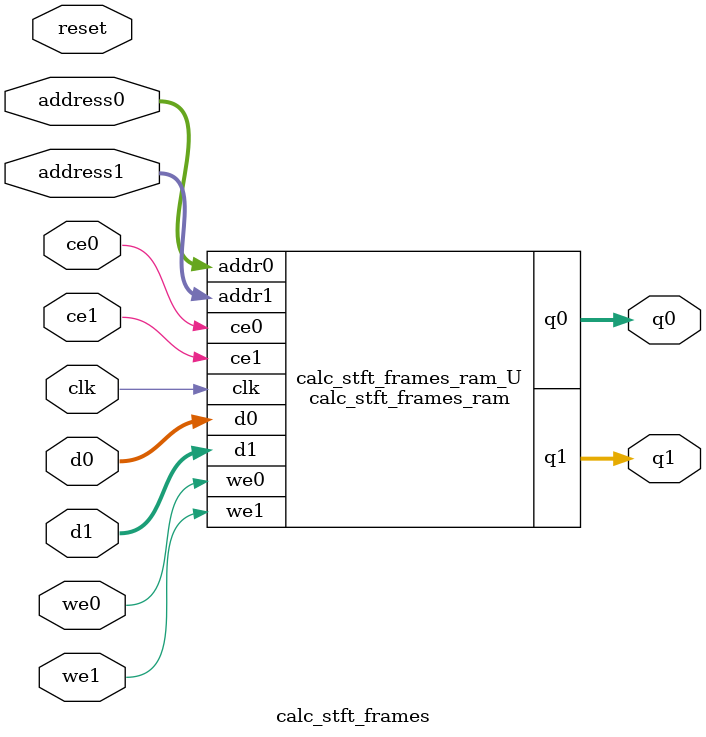
<source format=v>
`timescale 1 ns / 1 ps
module calc_stft_frames_ram (addr0, ce0, d0, we0, q0, addr1, ce1, d1, we1, q1,  clk);

parameter DWIDTH = 32;
parameter AWIDTH = 15;
parameter MEM_SIZE = 31360;

input[AWIDTH-1:0] addr0;
input ce0;
input[DWIDTH-1:0] d0;
input we0;
output reg[DWIDTH-1:0] q0;
input[AWIDTH-1:0] addr1;
input ce1;
input[DWIDTH-1:0] d1;
input we1;
output reg[DWIDTH-1:0] q1;
input clk;

(* ram_style = "block" *)reg [DWIDTH-1:0] ram[0:MEM_SIZE-1];




always @(posedge clk)  
begin 
    if (ce0) begin
        if (we0) 
            ram[addr0] <= d0; 
        q0 <= ram[addr0];
    end
end


always @(posedge clk)  
begin 
    if (ce1) begin
        if (we1) 
            ram[addr1] <= d1; 
        q1 <= ram[addr1];
    end
end


endmodule

`timescale 1 ns / 1 ps
module calc_stft_frames(
    reset,
    clk,
    address0,
    ce0,
    we0,
    d0,
    q0,
    address1,
    ce1,
    we1,
    d1,
    q1);

parameter DataWidth = 32'd32;
parameter AddressRange = 32'd31360;
parameter AddressWidth = 32'd15;
input reset;
input clk;
input[AddressWidth - 1:0] address0;
input ce0;
input we0;
input[DataWidth - 1:0] d0;
output[DataWidth - 1:0] q0;
input[AddressWidth - 1:0] address1;
input ce1;
input we1;
input[DataWidth - 1:0] d1;
output[DataWidth - 1:0] q1;



calc_stft_frames_ram calc_stft_frames_ram_U(
    .clk( clk ),
    .addr0( address0 ),
    .ce0( ce0 ),
    .we0( we0 ),
    .d0( d0 ),
    .q0( q0 ),
    .addr1( address1 ),
    .ce1( ce1 ),
    .we1( we1 ),
    .d1( d1 ),
    .q1( q1 ));

endmodule


</source>
